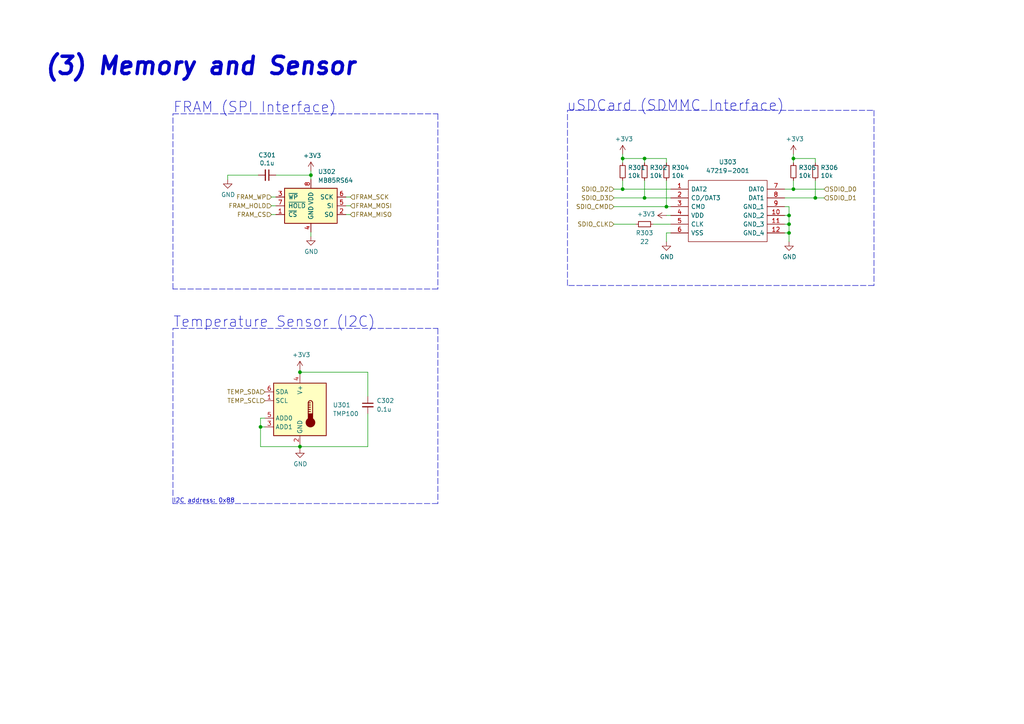
<source format=kicad_sch>
(kicad_sch (version 20211123) (generator eeschema)
  (paper "A4")
  (title_block (title "Power") (rev "REV1") (company "FIBO"))
  (lib_symbols
    (symbol "Device:C_Small" (pin_numbers hide) (pin_names (offset 0.254) hide)
      (property "Reference" "C" (at 0.254 1.778 0))
      (property "Value" "C_Small" (at 0.254 -2.032 0))
      (symbol "C_Small_0_1"
        (polyline (pts (xy -1.524 -0.508) (xy 1.524 -0.508)) (stroke (width 0.3302)))
        (polyline (pts (xy -1.524 0.508) (xy 1.524 0.508)) (stroke (width 0.3048)))
      )
      (symbol "C_Small_1_1"
        (pin passive line (at 0 2.54 270) (length 2.032) (name "~") (number "1"))
        (pin passive line (at 0 -2.54 90) (length 2.032) (name "~") (number "2"))
      )
    )
    (symbol "Device:R_Small" (pin_numbers hide) (pin_names (offset 0.254) hide)
      (property "Reference" "R" (at 0.762 0.508 0))
      (property "Value" "R_Small" (at 0.762 -1.016 0))
      (symbol "R_Small_0_1"
        (rectangle (start -0.762 1.778) (end 0.762 -1.778) (stroke (width 0.2032)))
      )
      (symbol "R_Small_1_1"
        (pin passive line (at 0 2.54 270) (length 0.762) (name "~") (number "1"))
        (pin passive line (at 0 -2.54 90) (length 0.762) (name "~") (number "2"))
      )
    )
    (symbol "Memory_NVRAM:MB85RS64" (pin_names (offset 1.016))
      (property "Reference" "U" (at -7.62 6.35 0))
      (property "Value" "MB85RS64" (at 1.27 6.35 0))
      (symbol "MB85RS64_0_1"
        (rectangle (start -7.62 5.08) (end 7.62 -5.08) (stroke (width 0.254)) (fill (type background)))
      )
      (symbol "MB85RS64_1_1"
        (pin input line (at -10.16 -2.54 0) (length 2.54) (name "~{CS}") (number "1"))
        (pin output line (at 10.16 -2.54 180) (length 2.54) (name "SO") (number "2"))
        (pin input line (at -10.16 2.54 0) (length 2.54) (name "~{WP}") (number "3"))
        (pin power_in line (at 0 -7.62 90) (length 2.54) (name "GND") (number "4"))
        (pin input line (at 10.16 0 180) (length 2.54) (name "SI") (number "5"))
        (pin input line (at 10.16 2.54 180) (length 2.54) (name "SCK") (number "6"))
        (pin input line (at -10.16 0 0) (length 2.54) (name "~{HOLD}") (number "7"))
        (pin power_in line (at 0 7.62 270) (length 2.54) (name "VDD") (number "8"))
      )
    )
    (symbol "SamacSys_Parts:47219-2001" (pin_names (offset 0.762))
      (property "Reference" "J" (at 29.21 7.62 0))
      (property "Value" "47219-2001" (at 29.21 5.08 0))
      (symbol "47219-2001_0_0"
        (pin passive line (at 0 0 0) (length 5.08) (name "DAT2") (number "1"))
        (pin passive line (at 33.02 -7.62 180) (length 5.08) (name "GND_2") (number "10"))
        (pin passive line (at 33.02 -10.16 180) (length 5.08) (name "GND_3") (number "11"))
        (pin passive line (at 33.02 -12.7 180) (length 5.08) (name "GND_4") (number "12"))
        (pin passive line (at 0 -2.54 0) (length 5.08) (name "CD/DAT3") (number "2"))
        (pin passive line (at 0 -5.08 0) (length 5.08) (name "CMD") (number "3"))
        (pin passive line (at 0 -7.62 0) (length 5.08) (name "VDD") (number "4"))
        (pin passive line (at 0 -10.16 0) (length 5.08) (name "CLK") (number "5"))
        (pin passive line (at 0 -12.7 0) (length 5.08) (name "VSS") (number "6"))
        (pin passive line (at 33.02 0 180) (length 5.08) (name "DAT0") (number "7"))
        (pin passive line (at 33.02 -2.54 180) (length 5.08) (name "DAT1") (number "8"))
        (pin passive line (at 33.02 -5.08 180) (length 5.08) (name "GND_1") (number "9"))
      )
      (symbol "47219-2001_0_1"
        (polyline (pts (xy 5.08 2.54) (xy 27.94 2.54) (xy 27.94 -15.24) (xy 5.08 -15.24) (xy 5.08 2.54)) (stroke (width 0.1524)))
      )
    )
    (symbol "Sensor_Temperature:TMP100"
      (property "Reference" "U" (at 10.16 6.35 0))
      (property "Value" "TMP100" (at 12.7 3.81 0))
      (symbol "TMP100_0_1"
        (rectangle (start -7.62 7.62) (end 7.62 -7.62) (stroke (width 0.254)) (fill (type background)))
      )
      (symbol "TMP100_1_1"
        (polyline (pts (xy 2.413 -0.635) (xy 3.048 -0.635)) (stroke (width 0.254)))
        (polyline (pts (xy 2.413 0) (xy 3.048 0)) (stroke (width 0.254)))
        (polyline (pts (xy 2.413 0.635) (xy 3.048 0.635)) (stroke (width 0.254)))
        (polyline (pts (xy 2.413 1.27) (xy 3.048 1.27)) (stroke (width 0.254)))
        (polyline (pts (xy 2.413 1.905) (xy 2.413 -1.27)) (stroke (width 0.254)))
        (polyline (pts (xy 2.413 1.905) (xy 3.048 1.905)) (stroke (width 0.254)))
        (polyline (pts (xy 3.683 1.905) (xy 3.683 -1.27)) (stroke (width 0.254)))
        (circle (center 3.048 -3.81) (radius 1.27) (stroke (width 0.254)) (fill (type outline)))
        (rectangle (start 3.683 -3.175) (end 2.413 -1.27) (stroke (width 0.254)) (fill (type outline)))
        (arc (start 3.683 1.905) (mid 3.048 2.54) (end 2.413 1.905) (stroke (width 0.254)))
        (pin input line (at -10.16 2.54 0) (length 2.54) (name "SCL") (number "1"))
        (pin power_in line (at 0 -10.16 90) (length 2.54) (name "GND") (number "2"))
        (pin input line (at -10.16 -5.08 0) (length 2.54) (name "ADD1") (number "3"))
        (pin power_in line (at 0 10.16 270) (length 2.54) (name "V+") (number "4"))
        (pin input line (at -10.16 -2.54 0) (length 2.54) (name "ADD0") (number "5"))
        (pin bidirectional line (at -10.16 5.08 0) (length 2.54) (name "SDA") (number "6"))
      )
    )
    (symbol "power:+3.3V" (power) (pin_names (offset 0))
      (property "Value" "+3.3V" (at 0 3.556 0))
      (symbol "+3.3V_0_1"
        (polyline (pts (xy -0.762 1.27) (xy 0 2.54)))
        (polyline (pts (xy 0 0) (xy 0 2.54)))
        (polyline (pts (xy 0 2.54) (xy 0.762 1.27)))
      )
      (symbol "+3.3V_1_1"
        (pin power_in line (at 0 0 90) (length 0) hide (name "+3V3") (number "1"))
      )
    )
    (symbol "power:GND" (power) (pin_names (offset 0))
      (property "Value" "GND" (at 0 -3.81 0))
      (symbol "GND_0_1"
        (polyline (pts (xy 0 0) (xy 0 -1.27) (xy 1.27 -1.27) (xy 0 -2.54) (xy -1.27 -1.27) (xy 0 -1.27)))
      )
      (symbol "GND_1_1"
        (pin power_in line (at 0 0 270) (length 0) hide (name "GND") (number "1"))
      )
    )
  )
  (junction (at 75.565 123.825))
  (junction (at 228.854 67.564))
  (junction (at 186.944 45.974))
  (junction (at 180.594 45.974))
  (junction (at 228.854 65.024))
  (junction (at 230.124 45.974))
  (junction (at 193.294 59.944))
  (junction (at 90.17 50.8))
  (junction (at 86.995 107.95))
  (junction (at 180.594 54.864))
  (junction (at 228.854 62.484))
  (junction (at 186.944 57.404))
  (junction (at 86.995 129.54))
  (junction (at 236.474 57.404))
  (junction (at 230.124 54.864))
  (polyline (pts (xy 127 146.05) (xy 50.165 146.05)))
  (wire (pts (xy 66.04 50.8) (xy 74.93 50.8)))
  (wire (pts (xy 178.054 59.944) (xy 193.294 59.944)))
  (wire (pts (xy 178.054 65.024) (xy 184.404 65.024)))
  (wire (pts (xy 227.584 65.024) (xy 228.854 65.024)))
  (wire (pts (xy 194.564 62.484) (xy 193.294 62.484)))
  (wire (pts (xy 180.594 44.704) (xy 180.594 45.974)))
  (wire (pts (xy 194.564 54.864) (xy 180.594 54.864)))
  (wire (pts (xy 75.565 121.285) (xy 76.835 121.285)))
  (wire (pts (xy 228.854 67.564) (xy 228.854 70.104)))
  (wire (pts (xy 75.565 123.825) (xy 75.565 121.285)))
  (wire (pts (xy 86.995 129.54) (xy 86.995 130.175)))
  (wire (pts (xy 230.124 54.864) (xy 239.014 54.864)))
  (polyline (pts (xy 50.165 95.25) (xy 127 95.25)))
  (wire (pts (xy 186.944 57.404) (xy 194.564 57.404)))
  (wire (pts (xy 75.565 129.54) (xy 75.565 123.825)))
  (wire (pts (xy 101.6 62.23) (xy 100.33 62.23)))
  (polyline (pts (xy 50.165 83.82) (xy 50.165 33.02)))
  (wire (pts (xy 230.124 45.974) (xy 236.474 45.974)))
  (wire (pts (xy 106.68 107.95) (xy 106.68 114.935)))
  (wire (pts (xy 90.17 50.8) (xy 90.17 52.07)))
  (wire (pts (xy 75.565 123.825) (xy 76.835 123.825)))
  (wire (pts (xy 228.854 65.024) (xy 228.854 67.564)))
  (wire (pts (xy 101.6 59.69) (xy 100.33 59.69)))
  (polyline (pts (xy 127 33.02) (xy 127 83.82)))
  (wire (pts (xy 230.124 45.974) (xy 230.124 47.244)))
  (polyline (pts (xy 50.165 33.02) (xy 127 33.02)))
  (wire (pts (xy 180.594 45.974) (xy 186.944 45.974)))
  (polyline (pts (xy 253.492 82.804) (xy 164.592 82.804)))
  (wire (pts (xy 227.584 59.944) (xy 228.854 59.944)))
  (wire (pts (xy 80.01 62.23) (xy 78.74 62.23)))
  (wire (pts (xy 228.854 62.484) (xy 228.854 65.024)))
  (wire (pts (xy 178.054 57.404) (xy 186.944 57.404)))
  (wire (pts (xy 186.944 45.974) (xy 186.944 47.244)))
  (wire (pts (xy 236.474 45.974) (xy 236.474 47.244)))
  (wire (pts (xy 86.995 107.95) (xy 86.995 108.585)))
  (wire (pts (xy 180.594 52.324) (xy 180.594 54.864)))
  (polyline (pts (xy 127 95.25) (xy 127 146.05)))
  (wire (pts (xy 236.474 52.324) (xy 236.474 57.404)))
  (wire (pts (xy 180.594 45.974) (xy 180.594 47.244)))
  (wire (pts (xy 90.17 67.31) (xy 90.17 68.58)))
  (wire (pts (xy 193.294 47.244) (xy 193.294 45.974)))
  (wire (pts (xy 90.17 49.53) (xy 90.17 50.8)))
  (wire (pts (xy 227.584 62.484) (xy 228.854 62.484)))
  (wire (pts (xy 66.04 52.07) (xy 66.04 50.8)))
  (wire (pts (xy 86.995 107.95) (xy 106.68 107.95)))
  (polyline (pts (xy 127 83.82) (xy 50.165 83.82)))
  (wire (pts (xy 227.584 67.564) (xy 228.854 67.564)))
  (wire (pts (xy 227.584 57.404) (xy 236.474 57.404)))
  (wire (pts (xy 186.944 52.324) (xy 186.944 57.404)))
  (wire (pts (xy 86.995 129.54) (xy 75.565 129.54)))
  (wire (pts (xy 230.124 52.324) (xy 230.124 54.864)))
  (wire (pts (xy 80.01 57.15) (xy 78.74 57.15)))
  (wire (pts (xy 90.17 50.8) (xy 80.01 50.8)))
  (wire (pts (xy 106.68 120.015) (xy 106.68 129.54)))
  (wire (pts (xy 180.594 54.864) (xy 178.054 54.864)))
  (wire (pts (xy 78.74 59.69) (xy 80.01 59.69)))
  (wire (pts (xy 228.854 59.944) (xy 228.854 62.484)))
  (wire (pts (xy 86.995 128.905) (xy 86.995 129.54)))
  (wire (pts (xy 193.294 45.974) (xy 186.944 45.974)))
  (wire (pts (xy 193.294 70.104) (xy 193.294 67.564)))
  (polyline (pts (xy 164.592 32.004) (xy 253.492 32.004)))
  (wire (pts (xy 230.124 44.704) (xy 230.124 45.974)))
  (wire (pts (xy 193.294 52.324) (xy 193.294 59.944)))
  (wire (pts (xy 194.564 65.024) (xy 189.484 65.024)))
  (wire (pts (xy 86.995 107.315) (xy 86.995 107.95)))
  (wire (pts (xy 227.584 54.864) (xy 230.124 54.864)))
  (polyline (pts (xy 164.592 82.804) (xy 164.592 32.004)))
  (wire (pts (xy 101.6 57.15) (xy 100.33 57.15)))
  (polyline (pts (xy 50.165 146.05) (xy 50.165 95.25)))
  (wire (pts (xy 86.995 129.54) (xy 106.68 129.54)))
  (wire (pts (xy 236.474 57.404) (xy 239.014 57.404)))
  (polyline (pts (xy 253.492 32.004) (xy 253.492 82.804)))
  (wire (pts (xy 193.294 67.564) (xy 194.564 67.564)))
  (wire (pts (xy 193.294 59.944) (xy 194.564 59.944)))
  (text "Temperature Sensor (I2C)" (at 50.165 95.25 0) (effects (font (size 3 3)) (justify left bottom)))
  (text "uSDCard (SDMMC Interface)" (at 164.338 32.512 0) (effects (font (size 3 3)) (justify left bottom)))
  (text "I2C address: 0x88" (at 50.292 146.05 0) (effects (font (size 1.27 1.27)) (justify left bottom)))
  (text "FRAM (SPI Interface)" (at 50.165 33.02 0) (effects (font (size 3 3)) (justify left bottom)))
  (text "(3) Memory and Sensor" (at 12.7 22.225 0) (effects (font (size 5 5) (thickness 1) bold italic) (justify left bottom)))
  (hierarchical_label "FRAM_WP" (shape input) (at 78.74 57.15 180))
  (hierarchical_label "SDIO_CMD" (shape input) (at 178.054 59.944 180))
  (hierarchical_label "SDIO_D0" (shape input) (at 239.014 54.864 0))
  (hierarchical_label "SDIO_D3" (shape input) (at 178.054 57.404 180))
  (hierarchical_label "FRAM_MOSI" (shape input) (at 101.6 59.69 0))
  (hierarchical_label "FRAM_SCK" (shape input) (at 101.6 57.15 0))
  (hierarchical_label "FRAM_CS" (shape input) (at 78.74 62.23 180))
  (hierarchical_label "TEMP_SCL" (shape input) (at 76.835 116.205 180))
  (hierarchical_label "SDIO_D1" (shape input) (at 239.014 57.404 0))
  (hierarchical_label "TEMP_SDA" (shape input) (at 76.835 113.665 180))
  (hierarchical_label "SDIO_CLK" (shape input) (at 178.054 65.024 180))
  (hierarchical_label "FRAM_MISO" (shape input) (at 101.6 62.23 0))
  (hierarchical_label "FRAM_HOLD" (shape input) (at 78.74 59.69 180))
  (hierarchical_label "SDIO_D2" (shape input) (at 178.054 54.864 180))
  (symbol (lib_id "Device:R_Small") (at 230.124 49.784 0) (unit 1)
    (property "Reference" "R305" (at 231.6226 48.6156 0) (effects (justify left)))
    (property "Value" "10k" (at 231.6226 50.927 0) (effects (justify left)))
    (property "Footprint" "Resistor_SMD:R_0603_1608Metric" (effects hide))
  )
  (symbol (lib_id "Device:R_Small") (at 186.944 65.024 90) (unit 1)
    (property "Reference" "R303" (at 186.944 67.564 90))
    (property "Value" "22" (at 186.944 70.104 90))
    (property "Footprint" "Resistor_SMD:R_0603_1608Metric" (effects hide))
  )
  (symbol (lib_id "power:+3.3V") (at 86.995 107.315 0) (unit 1)
    (property "Reference" "#PWR0302" (effects hide))
    (property "Value" "+3.3V" (at 87.376 102.9208 0))
  )
  (symbol (lib_id "Device:C_Small") (at 106.68 117.475 0) (unit 1)
    (property "Reference" "C302" (at 109.22 116.2112 0) (effects (justify left)))
    (property "Value" "0.1u" (at 109.22 118.7512 0) (effects (justify left)))
    (property "Footprint" "Capacitor_SMD:C_0603_1608Metric" (effects hide))
  )
  (symbol (lib_id "SamacSys_Parts:47219-2001") (at 194.564 54.864 0) (unit 1)
    (property "Reference" "U303" (at 211.074 46.99 0))
    (property "Value" "47219-2001" (at 211.074 49.53 0))
    (property "Footprint" "SamacSys_Parts:472192001" (effects hide))
    (property "Datasheet" "http://www.molex.com/molex/products/datasheet.jsp?part=active/0472192001_MEMORY_CARD_SOCKET.xml&channel=Products&Lang=en-US" (effects hide))
    (property "Description" "Molex 47219 Series 8 Way Horizontal Hinged Micro SD Memory Card Connector with Solder Termination" (effects hide))
    (property "Manufacturer_Name" "Molex" (effects hide))
    (property "Manufacturer_Part_Number" "47219-2001" (effects hide))
    (property "Mouser Part Number" "538-47219-2001" (effects hide))
    (property "Mouser Price/Stock" "https://www.mouser.co.uk/ProductDetail/Molex/47219-2001?qs=6kT3pPPHxnVaoXw6Dd7beQ%3D%3D" (effects hide))
  )
  (symbol (lib_id "power:+3.3V") (at 90.17 49.53 0) (unit 1)
    (property "Reference" "#PWR0304" (effects hide))
    (property "Value" "+3.3V" (at 90.551 45.1358 0))
  )
  (symbol (lib_id "power:+3.3V") (at 193.294 62.484 90) (unit 1)
    (property "Reference" "#PWR0307" (effects hide))
    (property "Value" "+3.3V" (at 190.0428 62.103 90) (effects (justify left)))
  )
  (symbol (lib_id "power:+3.3V") (at 180.594 44.704 0) (unit 1)
    (property "Reference" "#PWR0306" (effects hide))
    (property "Value" "+3.3V" (at 180.975 40.3098 0))
  )
  (symbol (lib_id "power:GND") (at 90.17 68.58 0) (unit 1)
    (property "Reference" "#PWR0305" (effects hide))
    (property "Value" "GND" (at 90.297 72.9742 0))
  )
  (symbol (lib_id "power:GND") (at 193.294 70.104 0) (unit 1)
    (property "Reference" "#PWR0308" (effects hide))
    (property "Value" "GND" (at 193.421 74.4982 0))
  )
  (symbol (lib_id "power:+3.3V") (at 230.124 44.704 0) (unit 1)
    (property "Reference" "#PWR0310" (effects hide))
    (property "Value" "+3.3V" (at 230.505 40.3098 0))
  )
  (symbol (lib_id "Sensor_Temperature:TMP100") (at 86.995 118.745 0) (unit 1)
    (property "Reference" "U301" (at 96.52 117.4749 0) (effects (justify left)))
    (property "Value" "TMP100" (at 96.52 120.0149 0) (effects (justify left)))
    (property "Footprint" "Package_TO_SOT_SMD:SOT-23-6" (effects hide))
    (property "Datasheet" "http://www.ti.com/lit/gpn/tmp100" (effects hide))
  )
  (symbol (lib_id "power:GND") (at 66.04 52.07 0) (unit 1)
    (property "Reference" "#PWR0301" (effects hide))
    (property "Value" "GND" (at 66.167 56.4642 0))
  )
  (symbol (lib_id "Device:R_Small") (at 193.294 49.784 0) (unit 1)
    (property "Reference" "R304" (at 194.7926 48.6156 0) (effects (justify left)))
    (property "Value" "10k" (at 194.7926 50.927 0) (effects (justify left)))
    (property "Footprint" "Resistor_SMD:R_0603_1608Metric" (effects hide))
  )
  (symbol (lib_id "power:GND") (at 228.854 70.104 0) (unit 1)
    (property "Reference" "#PWR0309" (effects hide))
    (property "Value" "GND" (at 228.981 74.4982 0))
  )
  (symbol (lib_id "power:GND") (at 86.995 130.175 0) (unit 1)
    (property "Reference" "#PWR0303" (effects hide))
    (property "Value" "GND" (at 87.122 134.5692 0))
  )
  (symbol (lib_id "Device:R_Small") (at 180.594 49.784 0) (unit 1)
    (property "Reference" "R301" (at 182.0926 48.6156 0) (effects (justify left)))
    (property "Value" "10k" (at 182.0926 50.927 0) (effects (justify left)))
    (property "Footprint" "Resistor_SMD:R_0603_1608Metric" (effects hide))
  )
  (symbol (lib_id "Device:R_Small") (at 236.474 49.784 0) (unit 1)
    (property "Reference" "R306" (at 237.9726 48.6156 0) (effects (justify left)))
    (property "Value" "10k" (at 237.9726 50.927 0) (effects (justify left)))
    (property "Footprint" "Resistor_SMD:R_0603_1608Metric" (effects hide))
  )
  (symbol (lib_id "Device:C_Small") (at 77.47 50.8 270) (unit 1)
    (property "Reference" "C301" (at 77.47 44.9834 90))
    (property "Value" "0.1u" (at 77.47 47.2948 90))
    (property "Footprint" "Capacitor_SMD:C_0603_1608Metric" (effects hide))
  )
  (symbol (lib_id "Memory_NVRAM:MB85RS64") (at 90.17 59.69 0) (unit 1)
    (property "Reference" "U302" (at 92.1894 49.784 0) (effects (justify left)))
    (property "Value" "MB85RS64" (at 92.1894 52.324 0) (effects (justify left)))
    (property "Footprint" "Package_SO:SSOP-8_3.9x5.05mm_P1.27mm" (effects hide))
    (property "Datasheet" "http://www.fujitsu.com/downloads/MICRO/fme/fram/datasheet-MB85RS64.pdf" (effects hide))
  )
  (symbol (lib_id "Device:R_Small") (at 186.944 49.784 0) (unit 1)
    (property "Reference" "R302" (at 188.4426 48.6156 0) (effects (justify left)))
    (property "Value" "10k" (at 188.4426 50.927 0) (effects (justify left)))
    (property "Footprint" "Resistor_SMD:R_0603_1608Metric" (effects hide))
  )
)
</source>
